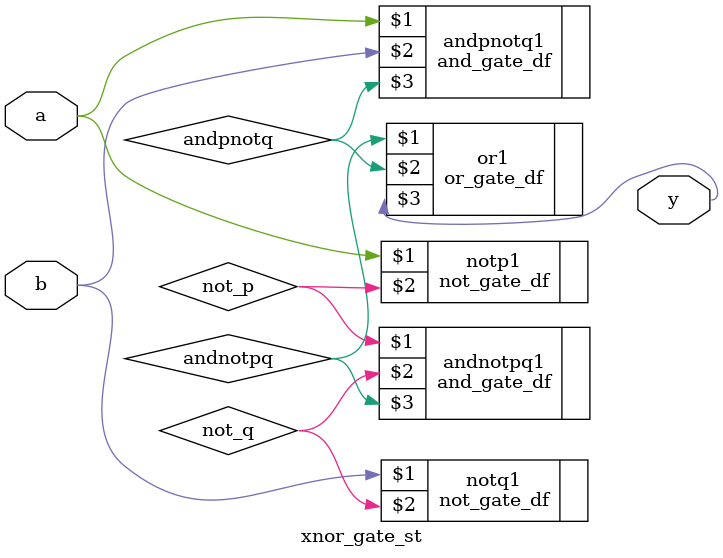
<source format=v>
`include "or_gate_df.v"
`include "not_gate_df.v"
`include "and_gate_df.v"


module xnor_gate_st ( input a ,b,output y) ;
	wire not_p ;
	wire not_q;
	wire andnotpq;
	wire andpnotq;
	not_gate_df notp1 (a,not_p);
	not_gate_df notq1 (b,not_q);
	and_gate_df andnotpq1 (not_p,not_q,andnotpq);
	and_gate_df andpnotq1 (a,b,andpnotq);
	or_gate_df or1 (andnotpq,andpnotq,y);
endmodule


</source>
